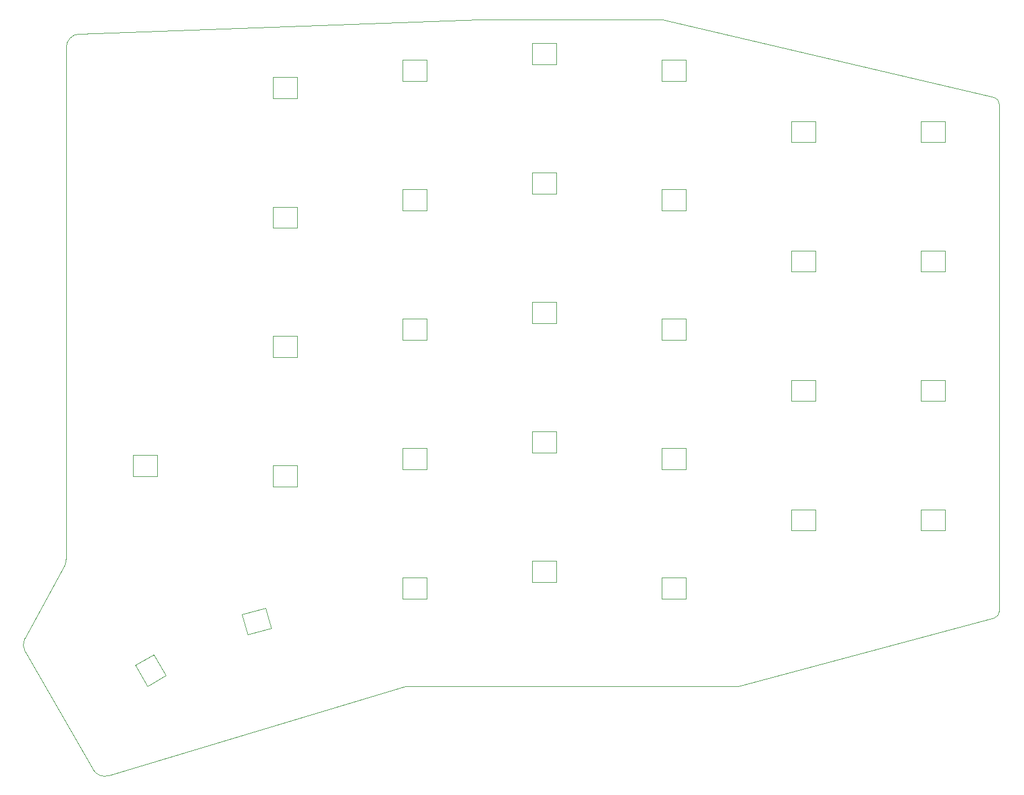
<source format=gbr>
%TF.GenerationSoftware,KiCad,Pcbnew,8.0.7-8.0.7-0~ubuntu24.04.1*%
%TF.CreationDate,2024-12-06T11:00:37+01:00*%
%TF.ProjectId,SofleKeyboard,536f666c-654b-4657-9962-6f6172642e6b,rev?*%
%TF.SameCoordinates,Original*%
%TF.FileFunction,Profile,NP*%
%FSLAX46Y46*%
G04 Gerber Fmt 4.6, Leading zero omitted, Abs format (unit mm)*
G04 Created by KiCad (PCBNEW 8.0.7-8.0.7-0~ubuntu24.04.1) date 2024-12-06 11:00:37*
%MOMM*%
%LPD*%
G01*
G04 APERTURE LIST*
%TA.AperFunction,Profile*%
%ADD10C,0.100000*%
%TD*%
%TA.AperFunction,Profile*%
%ADD11C,0.120000*%
%TD*%
G04 APERTURE END LIST*
D10*
X149097200Y-35249100D02*
X176047200Y-35249100D01*
X224809380Y-123372775D02*
X187225000Y-133449500D01*
X82290056Y-126397417D02*
X88097200Y-115653100D01*
X94620000Y-146579500D02*
G75*
G02*
X92331467Y-145654653I-554500J1921800D01*
G01*
X88400000Y-114403101D02*
X88400000Y-39400000D01*
X149097200Y-35249100D02*
X90326655Y-37401345D01*
X88297200Y-115053100D02*
X88097200Y-115653100D01*
X224757209Y-46721203D02*
G75*
G02*
X225550074Y-47699500I-207609J-978697D01*
G01*
X88400000Y-114403101D02*
X88297200Y-115053100D01*
X225550000Y-122407000D02*
G75*
G02*
X224809378Y-123372769I-999600J-300D01*
G01*
X92331436Y-145654671D02*
X82341192Y-128315144D01*
X82341192Y-128315144D02*
G75*
G02*
X82290072Y-126397425I1729508J1005644D01*
G01*
X138251328Y-133449500D02*
X94620000Y-146579500D01*
X176047200Y-35249100D02*
X224757209Y-46721203D01*
X88400000Y-39400000D02*
G75*
G02*
X90326655Y-37401345I2000000J0D01*
G01*
X138251328Y-133449500D02*
X187225000Y-133449500D01*
X225550000Y-47699500D02*
X225550000Y-122407000D01*
D11*
X118750000Y-43751000D02*
X118750000Y-46851000D01*
X118750000Y-46851000D02*
X122350000Y-46851000D01*
X122350000Y-43751000D02*
X118750000Y-43751000D01*
X122350000Y-46851000D02*
X122350000Y-43751000D01*
X156850000Y-38751000D02*
X156850000Y-41851000D01*
X156850000Y-41851000D02*
X160450000Y-41851000D01*
X160450000Y-38751000D02*
X156850000Y-38751000D01*
X160450000Y-41851000D02*
X160450000Y-38751000D01*
X118749999Y-81851000D02*
X118749999Y-84951000D01*
X118749999Y-84951000D02*
X122349999Y-84951000D01*
X122349999Y-81851000D02*
X118749999Y-81851000D01*
X122349999Y-84951000D02*
X122349999Y-81851000D01*
X137800000Y-79351001D02*
X137800000Y-82451001D01*
X137800000Y-82451001D02*
X141400000Y-82451001D01*
X141400000Y-79351001D02*
X137800000Y-79351001D01*
X141400000Y-82451001D02*
X141400000Y-79351001D01*
X118750000Y-100901000D02*
X118750000Y-104001000D01*
X118750000Y-104001000D02*
X122350000Y-104001000D01*
X122350000Y-100901000D02*
X118750000Y-100901000D01*
X122350000Y-104001000D02*
X122350000Y-100901000D01*
X156850000Y-95901000D02*
X156850000Y-99001000D01*
X156850000Y-99001000D02*
X160450000Y-99001000D01*
X160450000Y-95901000D02*
X156850000Y-95901000D01*
X160450000Y-99001000D02*
X160450000Y-95901000D01*
X194950000Y-107401000D02*
X194950000Y-110501000D01*
X194950000Y-110501000D02*
X198550000Y-110501000D01*
X198550000Y-107401000D02*
X194950000Y-107401000D01*
X198550000Y-110501000D02*
X198550000Y-107401000D01*
X98537114Y-130266654D02*
X100337114Y-133384346D01*
X100337114Y-133384346D02*
X103021793Y-131834346D01*
X101221793Y-128716654D02*
X98537114Y-130266654D01*
X103021793Y-131834346D02*
X101221793Y-128716654D01*
X114243973Y-122829804D02*
X115046312Y-125824174D01*
X115046312Y-125824174D02*
X118523645Y-124892425D01*
X117721306Y-121898055D02*
X114243973Y-122829804D01*
X118523645Y-124892425D02*
X117721306Y-121898055D01*
X214000000Y-69301000D02*
X214000000Y-72401000D01*
X214000000Y-72401000D02*
X217600000Y-72401000D01*
X217600000Y-69301000D02*
X214000000Y-69301000D01*
X217600000Y-72401000D02*
X217600000Y-69301000D01*
X214000000Y-88351000D02*
X214000000Y-91451000D01*
X214000000Y-91451000D02*
X217600000Y-91451000D01*
X217600000Y-88351000D02*
X214000000Y-88351000D01*
X217600000Y-91451000D02*
X217600000Y-88351000D01*
X214000000Y-107401000D02*
X214000000Y-110501000D01*
X214000000Y-110501000D02*
X217600000Y-110501000D01*
X217600000Y-107401000D02*
X214000000Y-107401000D01*
X217600000Y-110501000D02*
X217600000Y-107401000D01*
X175900000Y-41251000D02*
X175900000Y-44351000D01*
X175900000Y-44351000D02*
X179500000Y-44351000D01*
X179500000Y-41251000D02*
X175900000Y-41251000D01*
X179500000Y-44351000D02*
X179500000Y-41251000D01*
X194950000Y-50251000D02*
X194950000Y-53351000D01*
X194950000Y-53351000D02*
X198550000Y-53351000D01*
X198550000Y-50251000D02*
X194950000Y-50251000D01*
X198550000Y-53351000D02*
X198550000Y-50251000D01*
X137800000Y-60301001D02*
X137800000Y-63401001D01*
X137800000Y-63401001D02*
X141400000Y-63401001D01*
X141400000Y-60301001D02*
X137800000Y-60301001D01*
X141400000Y-63401001D02*
X141400000Y-60301001D01*
X175900000Y-60301000D02*
X175900000Y-63401000D01*
X175900000Y-63401000D02*
X179500000Y-63401000D01*
X179500000Y-60301000D02*
X175900000Y-60301000D01*
X179500000Y-63401000D02*
X179500000Y-60301000D01*
X156850001Y-57801000D02*
X156850001Y-60901000D01*
X156850001Y-60901000D02*
X160450001Y-60901000D01*
X160450001Y-57801000D02*
X156850001Y-57801000D01*
X160450001Y-60901000D02*
X160450001Y-57801000D01*
X175900000Y-79351001D02*
X175900000Y-82451001D01*
X175900000Y-82451001D02*
X179500000Y-82451001D01*
X179500000Y-79351001D02*
X175900000Y-79351001D01*
X179500000Y-82451001D02*
X179500000Y-79351001D01*
X214000000Y-50251000D02*
X214000000Y-53351000D01*
X214000000Y-53351000D02*
X217600000Y-53351000D01*
X217600000Y-50251000D02*
X214000000Y-50251000D01*
X217600000Y-53351000D02*
X217600000Y-50251000D01*
X118749999Y-62851000D02*
X118749999Y-65951000D01*
X118749999Y-65951000D02*
X122349999Y-65951000D01*
X122349999Y-62851000D02*
X118749999Y-62851000D01*
X122349999Y-65951000D02*
X122349999Y-62851000D01*
X175900000Y-117450999D02*
X175900000Y-120550999D01*
X175900000Y-120550999D02*
X179500000Y-120550999D01*
X179500000Y-117450999D02*
X175900000Y-117450999D01*
X179500000Y-120550999D02*
X179500000Y-117450999D01*
X194950000Y-69300999D02*
X194950000Y-72400999D01*
X194950000Y-72400999D02*
X198550000Y-72400999D01*
X198550000Y-69300999D02*
X194950000Y-69300999D01*
X198550000Y-72400999D02*
X198550000Y-69300999D01*
X175900000Y-98401001D02*
X175900000Y-101501001D01*
X175900000Y-101501001D02*
X179500000Y-101501001D01*
X179500000Y-98401001D02*
X175900000Y-98401001D01*
X179500000Y-101501001D02*
X179500000Y-98401001D01*
X194950000Y-88351000D02*
X194950000Y-91451000D01*
X194950000Y-91451000D02*
X198550000Y-91451000D01*
X198550000Y-88351000D02*
X194950000Y-88351000D01*
X198550000Y-91451000D02*
X198550000Y-88351000D01*
X156850000Y-114951000D02*
X156850000Y-118051000D01*
X156850000Y-118051000D02*
X160450000Y-118051000D01*
X160450000Y-114951000D02*
X156850000Y-114951000D01*
X160450000Y-118051000D02*
X160450000Y-114951000D01*
X156850000Y-76851000D02*
X156850000Y-79951000D01*
X156850000Y-79951000D02*
X160450000Y-79951000D01*
X160450000Y-76851000D02*
X156850000Y-76851000D01*
X160450000Y-79951000D02*
X160450000Y-76851000D01*
X137800000Y-41251000D02*
X137800000Y-44351000D01*
X137800000Y-44351000D02*
X141400000Y-44351000D01*
X141400000Y-41251000D02*
X137800000Y-41251000D01*
X141400000Y-44351000D02*
X141400000Y-41251000D01*
X137800000Y-98401001D02*
X137800000Y-101501001D01*
X137800000Y-101501001D02*
X141400000Y-101501001D01*
X141400000Y-98401001D02*
X137800000Y-98401001D01*
X141400000Y-101501001D02*
X141400000Y-98401001D01*
X137799999Y-117451000D02*
X137799999Y-120551000D01*
X137799999Y-120551000D02*
X141399999Y-120551000D01*
X141399999Y-117451000D02*
X137799999Y-117451000D01*
X141399999Y-120551000D02*
X141399999Y-117451000D01*
X98200000Y-99401000D02*
X98200000Y-102501000D01*
X98200000Y-102501000D02*
X101800000Y-102501000D01*
X101800000Y-99401000D02*
X98200000Y-99401000D01*
X101800000Y-102501000D02*
X101800000Y-99401000D01*
M02*

</source>
